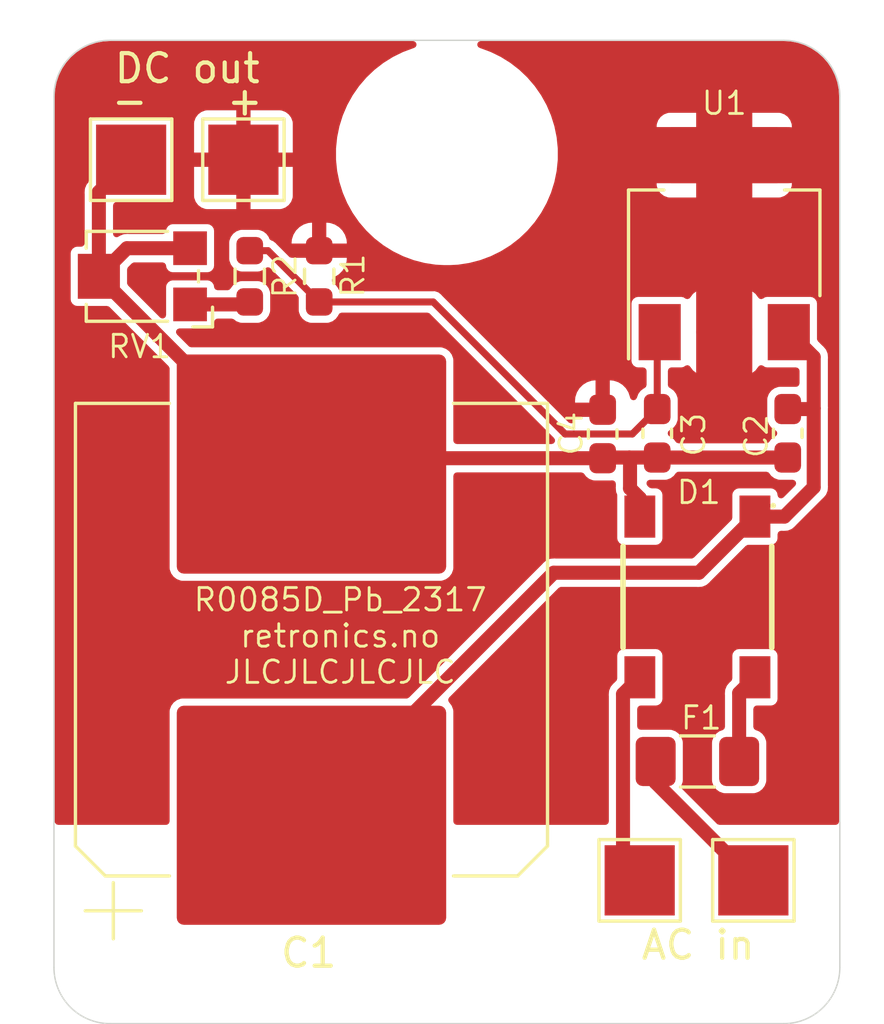
<source format=kicad_pcb>
(kicad_pcb (version 20221018) (generator pcbnew)
  (layers (0 "F.Cu" signal) (31 "B.Cu" signal) (34 "B.Paste" user) (35 "F.Paste" user) (36 "B.SilkS" user "B.Silkscreen") (37 "F.SilkS" user "F.Silkscreen") (38 "B.Mask" user) (39 "F.Mask" user) (44 "Edge.Cuts" user))
  (net 0 "")
  (net 1 "Net-(D1--)")
  (net 2 "Net-(R2-Pad2)")
  (net 3 "Net-(U1-ADJ)")
  (net 4 "Net-(J2-Pin_1)")
  (net 5 "Net-(D1-Pad2)")
  (net 6 "Net-(J3-Pin_1)")
  (net 7 "Net-(J1-Pin_1)")
  (net 8 "Net-(D1-+)")
  (footprint "Capacitor_SMD:CP_Elec_16x17.5" (layer "F.Cu") (at 161.175 117.3325 90)
    (fp_text reference "C1" (at -11.15 -0.1 180) (layer "F.SilkS"))
    (fp_text value "2200µF 25V")
    (fp_line (start -10.65 -7.06) (end -8.65 -7.06) (stroke (width 0.12)) (layer "F.SilkS"))
    (fp_line (start -9.65 -8.06) (end -9.65 -6.06) (stroke (width 0.12)) (layer "F.SilkS"))
    (fp_line (start -8.41 -7.345563) (end -8.41 -5.06) (stroke (width 0.12)) (layer "F.SilkS"))
    (fp_line (start -8.41 -7.345563) (end -7.345563 -8.41) (stroke (width 0.12)) (layer "F.SilkS"))
    (fp_line (start -8.41 7.345563) (end -8.41 5.06) (stroke (width 0.12)) (layer "F.SilkS"))
    (fp_line (start -8.41 7.345563) (end -7.345563 8.41) (stroke (width 0.12)) (layer "F.SilkS"))
    (fp_line (start -7.345563 -8.41) (end 8.41 -8.41) (stroke (width 0.12)) (layer "F.SilkS"))
    (fp_line (start -7.345563 8.41) (end 8.41 8.41) (stroke (width 0.12)) (layer "F.SilkS"))
    (fp_line (start 8.41 -8.41) (end 8.41 -5.06) (stroke (width 0.12)) (layer "F.SilkS"))
    (fp_line (start 8.41 8.41) (end 8.41 5.06) (stroke (width 0.12)) (layer "F.SilkS"))
    (pad "1" smd roundrect (at -6.25 0 90) (size 7.8 9.6) (layers "F.Cu" "F.Paste" "F.Mask") (roundrect_rratio 0.032051) (net 8 "Net-(D1-+)"))
    (pad "2" smd roundrect (at 6.25 0 90) (size 7.8 9.6) (layers "F.Cu" "F.Paste" "F.Mask") (roundrect_rratio 0.032051) (net 1 "Net-(D1--)"))
  )
  (footprint "Fuse:Fuse_1206_3216Metric_Pad1.42x1.75mm_HandSolder" (layer "F.Cu") (at 174.925 121.66875 180)
    (fp_text reference "F1" (at -0.1375 1.55) (layer "F.SilkS") (effects (font (size 0.8 0.8) (thickness 0.1))))
    (fp_text value "T1.5A")
    (fp_line (start -0.602064 -0.91) (end 0.602064 -0.91) (stroke (width 0.12)) (layer "F.SilkS"))
    (fp_line (start -0.602064 0.91) (end 0.602064 0.91) (stroke (width 0.12)) (layer "F.SilkS"))
    (pad "1" smd roundrect (at -1.4875 0 180) (size 1.425 1.75) (layers "F.Cu" "F.Paste" "F.Mask") (roundrect_rratio 0.1754385965) (net 5 "Net-(D1-Pad2)"))
    (pad "2" smd roundrect (at 1.4875 0 180) (size 1.425 1.75) (layers "F.Cu" "F.Paste" "F.Mask") (roundrect_rratio 0.1754385965) (net 7 "Net-(J1-Pin_1)"))
  )
  (footprint "MountingHole:MountingHole_3.7mm" (layer "F.Cu") (at 166 100.05)
    (fp_text reference "H1" hide)
    (fp_text value "MountingHole")
    (pad "" np_thru_hole circle (at 0 0) (size 3.7 3.7) (drill 3.7) (layers "*.Cu" "*.Mask"))
  )
  (footprint "myDevices:CDMBL208S" (layer "F.Cu") (at 174.925 115.8125)
    (fp_text reference "D1" (at 0.04875 -3.7225) (layer "F.SilkS") (effects (font (size 0.8 0.8) (thickness 0.1))))
    (fp_text value "CD-MBL208S" hide)
    (fp_line (start -2.65 -1.8) (end -2.65 1.8) (stroke (width 0.2)) (layer "F.SilkS"))
    (fp_line (start 2.65 -1.8) (end 2.65 1.8) (stroke (width 0.2)) (layer "F.SilkS"))
    (fp_line (start 2.7 -3.2) (end 2.7 -3.3) (stroke (width 0.1)) (layer "F.SilkS"))
    (fp_line (start 2.7 -3.2) (end 2.7 -3.2) (stroke (width 0.1)) (layer "F.SilkS"))
    (fp_arc (start 2.7 -3.3) (mid 2.75 -3.25) (end 2.7 -3.2) (stroke (width 0.1)) (layer "F.SilkS"))
    (fp_arc (start 2.7 -3.2) (mid 2.65 -3.25) (end 2.7 -3.3) (stroke (width 0.1)) (layer "F.SilkS"))
    (pad "1" smd rect (at 2.05 -2.86) (size 1.1 1.5) (layers "F.Cu" "F.Paste" "F.Mask") (net 8 "Net-(D1-+)"))
    (pad "2" smd rect (at 2.05 2.86) (size 1.1 1.5) (layers "F.Cu" "F.Paste" "F.Mask") (net 5 "Net-(D1-Pad2)"))
    (pad "3" smd rect (at -2.05 2.86) (size 1.1 1.5) (layers "F.Cu" "F.Paste" "F.Mask") (net 6 "Net-(J3-Pin_1)"))
    (pad "4" smd rect (at -2.05 -2.86) (size 1.1 1.5) (layers "F.Cu" "F.Paste" "F.Mask") (net 1 "Net-(D1--)"))
  )
  (footprint "TestPoint:TestPoint_Pad_2.5x2.5mm" (layer "F.Cu") (at 172.86875 125.9)
    (fp_text reference "J3" hide)
    (fp_text value "Conn_01x01")
    (fp_line (start -1.45 -1.45) (end 1.45 -1.45) (stroke (width 0.12)) (layer "F.SilkS"))
    (fp_line (start -1.45 1.45) (end -1.45 -1.45) (stroke (width 0.12)) (layer "F.SilkS"))
    (fp_line (start 1.45 -1.45) (end 1.45 1.45) (stroke (width 0.12)) (layer "F.SilkS"))
    (fp_line (start 1.45 1.45) (end -1.45 1.45) (stroke (width 0.12)) (layer "F.SilkS"))
    (pad "1" smd rect (at 0 0) (size 2.5 2.5) (layers "F.Cu" "F.Mask") (net 6 "Net-(J3-Pin_1)"))
  )
  (footprint "Capacitor_SMD:C_0603_1608Metric_Pad1.08x0.95mm_HandSolder" (layer "F.Cu") (at 178.14375 109.9875 -90)
    (fp_text reference "C2" (at 0.1 1.125 90) (layer "F.SilkS") (effects (font (size 0.8 0.8) (thickness 0.1))))
    (fp_text value "10µF")
    (fp_line (start -0.146267 -0.51) (end 0.146267 -0.51) (stroke (width 0.12)) (layer "F.SilkS"))
    (fp_line (start -0.146267 0.51) (end 0.146267 0.51) (stroke (width 0.12)) (layer "F.SilkS"))
    (pad "1" smd roundrect (at -0.8625 0 270) (size 1.075 0.95) (layers "F.Cu" "F.Paste" "F.Mask") (net 8 "Net-(D1-+)"))
    (pad "2" smd roundrect (at 0.8625 0 270) (size 1.075 0.95) (layers "F.Cu" "F.Paste" "F.Mask") (net 1 "Net-(D1--)"))
  )
  (footprint "TestPoint:TestPoint_Pad_2.5x2.5mm" (layer "F.Cu") (at 158.75 100.25)
    (fp_text reference "J2" hide)
    (fp_text value "Conn_01x01")
    (fp_line (start -1.45 -1.45) (end 1.45 -1.45) (stroke (width 0.12)) (layer "F.SilkS"))
    (fp_line (start -1.45 1.45) (end -1.45 -1.45) (stroke (width 0.12)) (layer "F.SilkS"))
    (fp_line (start 1.45 -1.45) (end 1.45 1.45) (stroke (width 0.12)) (layer "F.SilkS"))
    (fp_line (start 1.45 1.45) (end -1.45 1.45) (stroke (width 0.12)) (layer "F.SilkS"))
    (pad "1" smd rect (at 0 0) (size 2.5 2.5) (layers "F.Cu" "F.Mask") (net 4 "Net-(J2-Pin_1)"))
  )
  (footprint "Potentiometer_SMD:Potentiometer_TT_35W" (layer "F.Cu") (at 155.05 104.4 180)
    (fp_text reference "RV1" (at 0 -2.5 180) (layer "F.SilkS") (effects (font (size 0.8 0.8) (thickness 0.1))))
    (fp_text value "500Ω")
    (fp_line (start -2.6 -1.8) (end -2.6 -1.1) (stroke (width 0.12)) (layer "F.SilkS"))
    (fp_line (start -2.1 -0.2) (end -2.1 0.2) (stroke (width 0.12)) (layer "F.SilkS"))
    (fp_line (start -1.9 -1.8) (end -2.6 -1.8) (stroke (width 0.12)) (layer "F.SilkS"))
    (fp_line (start -1 -1.6) (end 1.9 -1.6) (stroke (width 0.12)) (layer "F.SilkS"))
    (fp_line (start -1 1.6) (end 1.9 1.6) (stroke (width 0.12)) (layer "F.SilkS"))
    (fp_line (start 1.9 -1.6) (end 1.9 -1) (stroke (width 0.12)) (layer "F.SilkS"))
    (fp_line (start 1.9 1.6) (end 1.9 1) (stroke (width 0.12)) (layer "F.SilkS"))
    (pad "1" smd rect (at -1.8 -1 180) (size 1.2 1.2) (layers "F.Cu" "F.Paste" "F.Mask") (net 2 "Net-(R2-Pad2)"))
    (pad "2" smd rect (at 1.45 0 180) (size 1.5 1.6) (layers "F.Cu" "F.Paste" "F.Mask") (net 1 "Net-(D1--)"))
    (pad "3" smd rect (at -1.8 1 180) (size 1.2 1.2) (layers "F.Cu" "F.Paste" "F.Mask") (net 1 "Net-(D1--)"))
  )
  (footprint "TestPoint:TestPoint_Pad_2.5x2.5mm" (layer "F.Cu") (at 154.75 100.25)
    (fp_text reference "J4" hide)
    (fp_text value "Conn_01x01")
    (fp_line (start -1.45 -1.45) (end 1.45 -1.45) (stroke (width 0.12)) (layer "F.SilkS"))
    (fp_line (start -1.45 1.45) (end -1.45 -1.45) (stroke (width 0.12)) (layer "F.SilkS"))
    (fp_line (start 1.45 -1.45) (end 1.45 1.45) (stroke (width 0.12)) (layer "F.SilkS"))
    (fp_line (start 1.45 1.45) (end -1.45 1.45) (stroke (width 0.12)) (layer "F.SilkS"))
    (pad "1" smd rect (at 0 0) (size 2.5 2.5) (layers "F.Cu" "F.Mask") (net 1 "Net-(D1--)"))
  )
  (footprint "Resistor_SMD:R_0603_1608Metric_Pad0.98x0.95mm_HandSolder" (layer "F.Cu") (at 158.975 104.4 -90)
    (fp_text reference "R2" (at 0 -1.25 -270) (layer "F.SilkS") (effects (font (size 0.8 0.8) (thickness 0.1))))
    (fp_text value "100Ω")
    (fp_line (start -0.254724 -0.5225) (end 0.254724 -0.5225) (stroke (width 0.12)) (layer "F.SilkS"))
    (fp_line (start -0.254724 0.5225) (end 0.254724 0.5225) (stroke (width 0.12)) (layer "F.SilkS"))
    (pad "1" smd roundrect (at -0.9125 0 270) (size 0.975 0.95) (layers "F.Cu" "F.Paste" "F.Mask") (net 3 "Net-(U1-ADJ)"))
    (pad "2" smd roundrect (at 0.9125 0 270) (size 0.975 0.95) (layers "F.Cu" "F.Paste" "F.Mask") (net 2 "Net-(R2-Pad2)"))
  )
  (footprint "Package_TO_SOT_SMD:SOT-223-3_TabPin2" (layer "F.Cu") (at 175.88125 103.2375 90)
    (fp_text reference "U1" (at 5 0) (layer "F.SilkS") (effects (font (size 0.8 0.8) (thickness 0.1))))
    (fp_text value "NCP1117-ADJ_SOT223")
    (fp_line (start -4.1 -3.41) (end 1.91 -3.41) (stroke (width 0.12)) (layer "F.SilkS"))
    (fp_line (start -1.85 3.41) (end 1.91 3.41) (stroke (width 0.12)) (layer "F.SilkS"))
    (fp_line (start 1.91 -3.41) (end 1.91 -2.15) (stroke (width 0.12)) (layer "F.SilkS"))
    (fp_line (start 1.91 3.41) (end 1.91 2.15) (stroke (width 0.12)) (layer "F.SilkS"))
    (pad "1" smd rect (at -3.15 -2.3 90) (size 2 1.5) (layers "F.Cu" "F.Paste" "F.Mask") (net 3 "Net-(U1-ADJ)"))
    (pad "2" smd rect (at -3.15 0 90) (size 2 1.5) (layers "F.Cu" "F.Paste" "F.Mask") (net 4 "Net-(J2-Pin_1)"))
    (pad "2" smd rect (at 3.15 0 90) (size 2 3.8) (layers "F.Cu" "F.Paste" "F.Mask") (net 4 "Net-(J2-Pin_1)"))
    (pad "3" smd rect (at -3.15 2.3 90) (size 2 1.5) (layers "F.Cu" "F.Paste" "F.Mask") (net 8 "Net-(D1-+)"))
  )
  (footprint "TestPoint:TestPoint_Pad_2.5x2.5mm" (layer "F.Cu") (at 176.91875 125.9)
    (fp_text reference "J1" hide)
    (fp_text value "Conn_01x01")
    (fp_line (start -1.45 -1.45) (end 1.45 -1.45) (stroke (width 0.12)) (layer "F.SilkS"))
    (fp_line (start -1.45 1.45) (end -1.45 -1.45) (stroke (width 0.12)) (layer "F.SilkS"))
    (fp_line (start 1.45 -1.45) (end 1.45 1.45) (stroke (width 0.12)) (layer "F.SilkS"))
    (fp_line (start 1.45 1.45) (end -1.45 1.45) (stroke (width 0.12)) (layer "F.SilkS"))
    (pad "1" smd rect (at 0 0) (size 2.5 2.5) (layers "F.Cu" "F.Mask") (net 7 "Net-(J1-Pin_1)"))
  )
  (footprint "Resistor_SMD:R_0603_1608Metric_Pad0.98x0.95mm_HandSolder" (layer "F.Cu") (at 161.45 104.4 -90)
    (fp_text reference "R1" (at -0.025 -1.2 -270) (layer "F.SilkS") (effects (font (size 0.8 0.8) (thickness 0.1))))
    (fp_text value "220Ω")
    (fp_line (start -0.254724 -0.5225) (end 0.254724 -0.5225) (stroke (width 0.12)) (layer "F.SilkS"))
    (fp_line (start -0.254724 0.5225) (end 0.254724 0.5225) (stroke (width 0.12)) (layer "F.SilkS"))
    (pad "1" smd roundrect (at -0.9125 0 270) (size 0.975 0.95) (layers "F.Cu" "F.Paste" "F.Mask") (net 4 "Net-(J2-Pin_1)"))
    (pad "2" smd roundrect (at 0.9125 0 270) (size 0.975 0.95) (layers "F.Cu" "F.Paste" "F.Mask") (net 3 "Net-(U1-ADJ)"))
  )
  (footprint "Capacitor_SMD:C_0603_1608Metric_Pad1.08x0.95mm_HandSolder" (layer "F.Cu") (at 173.49375 109.9875 -90)
    (fp_text reference "C3" (at 0.05 -1.3 90) (layer "F.SilkS") (effects (font (size 0.8 0.8) (thickness 0.1))))
    (fp_text value "10µF")
    (fp_line (start -0.146267 -0.51) (end 0.146267 -0.51) (stroke (width 0.12)) (layer "F.SilkS"))
    (fp_line (start -0.146267 0.51) (end 0.146267 0.51) (stroke (width 0.12)) (layer "F.SilkS"))
    (pad "1" smd roundrect (at -0.8625 0 270) (size 1.075 0.95) (layers "F.Cu" "F.Paste" "F.Mask") (net 3 "Net-(U1-ADJ)"))
    (pad "2" smd roundrect (at 0.8625 0 270) (size 1.075 0.95) (layers "F.Cu" "F.Paste" "F.Mask") (net 1 "Net-(D1--)"))
  )
  (footprint "Capacitor_SMD:C_0603_1608Metric_Pad1.08x0.95mm_HandSolder" (layer "F.Cu") (at 171.55 110.0125 -90)
    (fp_text reference "C4" (at -0.0125 1.125 90) (layer "F.SilkS") (effects (font (size 0.8 0.8) (thickness 0.1))))
    (fp_text value "10µF")
    (fp_line (start -0.146267 -0.51) (end 0.146267 -0.51) (stroke (width 0.12)) (layer "F.SilkS"))
    (fp_line (start -0.146267 0.51) (end 0.146267 0.51) (stroke (width 0.12)) (layer "F.SilkS"))
    (pad "1" smd roundrect (at -0.8625 0 270) (size 1.075 0.95) (layers "F.Cu" "F.Paste" "F.Mask") (net 4 "Net-(J2-Pin_1)"))
    (pad "2" smd roundrect (at 0.8625 0 270) (size 1.075 0.95) (layers "F.Cu" "F.Paste" "F.Mask") (net 1 "Net-(D1--)"))
  )
  (gr_line (start 152 129) (end 152 98) (stroke (width 0.05)) (layer "Edge.Cuts"))
  (gr_arc (start 152 98) (mid 152.585786 96.585786) (end 154 96) (stroke (width 0.05)) (layer "Edge.Cuts"))
  (gr_arc (start 178 96) (mid 179.414214 96.585786) (end 180 98) (stroke (width 0.05)) (layer "Edge.Cuts"))
  (gr_line (start 178 131) (end 154 131) (stroke (width 0.05)) (layer "Edge.Cuts"))
  (gr_line (start 154 96) (end 178 96) (stroke (width 0.05)) (layer "Edge.Cuts"))
  (gr_line (start 180 98) (end 180 129) (stroke (width 0.05)) (layer "Edge.Cuts"))
  (gr_arc (start 180 129) (mid 179.414214 130.414214) (end 178 131) (stroke (width 0.05)) (layer "Edge.Cuts"))
  (gr_arc (start 154 131) (mid 152.585786 130.414214) (end 152 129) (stroke (width 0.05)) (layer "Edge.Cuts"))
  (gr_text "R0085D_Pb_2317\nretronics.no\nJLCJLCJLCJLC\n" (at 162.2 117.2) (layer "F.SilkS") (effects (font (size 0.8 0.8) (thickness 0.1))))
  (gr_text "-" (at 154.7 98.15) (layer "F.SilkS") (effects (font (size 1 1))))
  (gr_text "DC out" (at 156.75 97) (layer "F.SilkS") (effects (font (size 1 1))))
  (gr_text "AC in" (at 174.95 128.2) (layer "F.SilkS") (effects (font (size 1 1))))
  (gr_text "+" (at 158.8 98.15) (layer "F.SilkS") (effects (font (size 1 1))))
  (segment (start 178.14375 110.85) (end 173.49375 110.85) (width 0.5) (layer "F.Cu") (net 1))
  (segment (start 154.6 103.4) (end 153.6 104.4) (width 0.5) (layer "F.Cu") (net 1))
  (segment (start 172.525 111.95) (end 172.525 110.875) (width 0.5) (layer "F.Cu") (net 1))
  (segment (start 171.575 110.85) (end 171.55 110.875) (width 0.5) (layer "F.Cu") (net 1))
  (segment (start 161.175 111.0825) (end 160.2825 111.0825) (width 0.5) (layer "F.Cu") (net 1))
  (segment (start 171.55 110.875) (end 161.3825 110.875) (width 0.5) (layer "F.Cu") (net 1))
  (segment (start 153.6 104.4) (end 153.6 101.4) (width 0.5) (layer "F.Cu") (net 1))
  (segment (start 153.6 101.4) (end 154.75 100.25) (width 0.5) (layer "F.Cu") (net 1))
  (segment (start 172.5 110.85) (end 171.575 110.85) (width 0.5) (layer "F.Cu") (net 1))
  (segment (start 172.875 112.9525) (end 172.875 112.3) (width 0.5) (layer "F.Cu") (net 1))
  (segment (start 160.2825 111.0825) (end 153.6 104.4) (width 0.5) (layer "F.Cu") (net 1))
  (segment (start 156.85 103.4) (end 154.6 103.4) (width 0.5) (layer "F.Cu") (net 1))
  (segment (start 172.525 110.875) (end 172.5 110.85) (width 0.5) (layer "F.Cu") (net 1))
  (segment (start 161.3825 110.875) (end 161.175 111.0825) (width 0.5) (layer "F.Cu") (net 1))
  (segment (start 173.49375 110.85) (end 172.5 110.85) (width 0.5) (layer "F.Cu") (net 1))
  (segment (start 172.875 112.3) (end 172.525 111.95) (width 0.5) (layer "F.Cu") (net 1))
  (segment (start 156.85 105.4) (end 158.8875 105.4) (width 0.5) (layer "F.Cu") (net 2))
  (segment (start 158.8875 105.4) (end 158.975 105.3125) (width 0.5) (layer "F.Cu") (net 2))
  (segment (start 158.975 103.4875) (end 159.625 103.4875) (width 0.25) (layer "F.Cu") (net 3))
  (segment (start 170.2125 110.0125) (end 165.5125 105.3125) (width 0.25) (layer "F.Cu") (net 3))
  (segment (start 159.625 103.4875) (end 161.45 105.3125) (width 0.25) (layer "F.Cu") (net 3))
  (segment (start 173.49375 109.125) (end 172.60625 110.0125) (width 0.25) (layer "F.Cu") (net 3))
  (segment (start 172.60625 110.0125) (end 170.2125 110.0125) (width 0.25) (layer "F.Cu") (net 3))
  (segment (start 165.5125 105.3125) (end 161.45 105.3125) (width 0.25) (layer "F.Cu") (net 3))
  (segment (start 173.49375 106.475) (end 173.58125 106.3875) (width 0.5) (layer "F.Cu") (net 3))
  (segment (start 173.49375 109.125) (end 173.49375 106.475) (width 0.25) (layer "F.Cu") (net 3))
  (segment (start 175.24375 100.0875) (end 172.59375 100.0875) (width 2) (layer "F.Cu") (net 4))
  (segment (start 175.88125 106.3875) (end 175.88125 97.1875) (width 2) (layer "F.Cu") (net 4))
  (segment (start 175.24375 100.0875) (end 178.14375 100.0875) (width 2) (layer "F.Cu") (net 4))
  (segment (start 175.88125 106.3875) (end 175.88125 109.1375) (width 2) (layer "F.Cu") (net 4))
  (segment (start 175.24375 106.3875) (end 175.24375 100.0875) (width 0.5) (layer "F.Cu") (net 4))
  (segment (start 176.4125 119.235) (end 176.975 118.6725) (width 0.5) (layer "F.Cu") (net 5))
  (segment (start 176.4125 121.66875) (end 176.4125 119.235) (width 0.5) (layer "F.Cu") (net 5))
  (segment (start 172.275 125.30625) (end 172.86875 125.9) (width 0.5) (layer "F.Cu") (net 6))
  (segment (start 172.875 118.6725) (end 172.275 119.2725) (width 0.5) (layer "F.Cu") (net 6))
  (segment (start 172.275 119.2725) (end 172.275 125.30625) (width 0.5) (layer "F.Cu") (net 6))
  (segment (start 173.4375 121.66875) (end 173.4375 122.41875) (width 0.5) (layer "F.Cu") (net 7))
  (segment (start 173.4375 122.41875) (end 176.91875 125.9) (width 0.5) (layer "F.Cu") (net 7))
  (segment (start 179.04375 109.125) (end 179.06875 109.1) (width 0.5) (layer "F.Cu") (net 8))
  (segment (start 169.8075 114.95) (end 174.9775 114.95) (width 0.5) (layer "F.Cu") (net 8))
  (segment (start 174.9775 114.95) (end 176.975 112.9525) (width 0.5) (layer "F.Cu") (net 8))
  (segment (start 179.06875 107.275) (end 178.18125 106.3875) (width 0.5) (layer "F.Cu") (net 8))
  (segment (start 179.06875 111.90875) (end 179.06875 109.1) (width 0.5) (layer "F.Cu") (net 8))
  (segment (start 176.975 112.9525) (end 178.025 112.9525) (width 0.5) (layer "F.Cu") (net 8))
  (segment (start 161.175 123.5825) (end 169.8075 114.95) (width 0.5) (layer "F.Cu") (net 8))
  (segment (start 178.025 112.9525) (end 179.06875 111.90875) (width 0.5) (layer "F.Cu") (net 8))
  (segment (start 178.14375 109.125) (end 179.04375 109.125) (width 0.5) (layer "F.Cu") (net 8))
  (segment (start 179.06875 109.1) (end 179.06875 107.275) (width 0.5) (layer "F.Cu") (net 8))
  (zone (net 4) (net_name "Net-(J2-Pin_1)") (layer "F.Cu") (connect_pads (clearance 0.254)) (min_thickness 0.254) (fill yes (thermal_gap 0.508) (thermal_bridge_width 0.508))
    (polygon (pts (xy 179.975 123.925) (xy 151.975 123.925) (xy 152 96) (xy 180 96)))
  )
)
</source>
